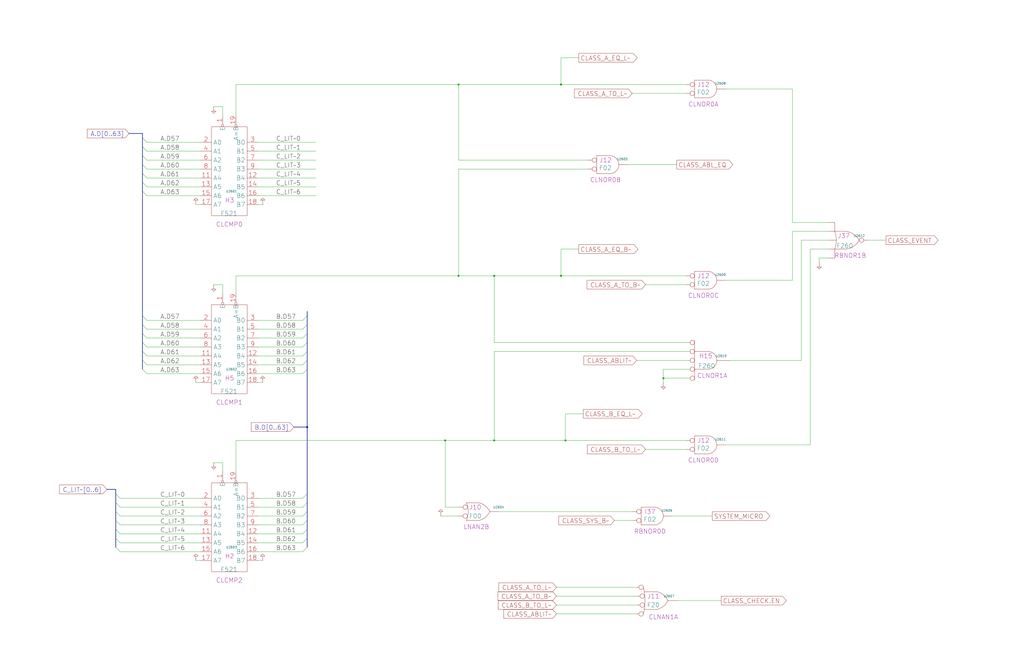
<source format=kicad_sch>
(kicad_sch (version 20221206) (generator eeschema)
  (paper "User" 584.2 378.46)
  (title_block (title "CLASS CHECK LOGIC") (date "15-MAR-90") (rev "1.0") (comment 1 "TYPE") (comment 2 "232-003062") (comment 3 "S400") (comment 4 "RELEASED"))
  (lib_symbols
    (symbol "r1000:F00" (pin_numbers hide) (pin_names hide)
      (property "Reference" "U" (at 15.24 0 0))
      (property "Value" "F00" (at 1.905 -5.08 0))
      (property "Location" "___" (at 1.905 0 0))
      (property "Name" "______" (at 2.54 -12.7 0))
      (symbol "F00_0_1"
        (polyline (pts (xy -2.54 -7.62) (xy 5.08 -7.62)) (stroke (width 0.1524)))
        (polyline (pts (xy -2.54 2.54) (xy -2.54 -7.62)) (stroke (width 0.1524)))
        (polyline (pts (xy -2.54 2.54) (xy 5.08 2.54)) (stroke (width 0.1524)))
        (arc (start 5.08 -7.62) (mid 10.1282 -2.54) (end 5.08 2.54) (stroke (width 0.1524)))
        (circle (center 11.43 -2.54) (radius 1.27) (stroke (width 0.1524)))
      )
      (symbol "F00_0_2"
        (circle (center -3.81 -5.08) (radius 1.27) (stroke (width 0.1524)))
        (circle (center -3.81 0) (radius 1.27) (stroke (width 0.1524)))
        (arc (start -3.175 -7.62) (mid -2.134 -2.54) (end -3.175 2.54) (stroke (width 0.1524)))
        (polyline (pts (xy -3.175 -7.62) (xy 3.81 -7.62)) (stroke (width 0.1524)))
        (polyline (pts (xy -3.175 2.54) (xy 3.81 2.54)) (stroke (width 0.1524)))
        (arc (start 3.81 -7.62) (mid 7.5855 -5.8306) (end 10.16 -2.54) (stroke (width 0.1524)))
        (arc (start 10.16 -2.54) (mid 7.5827 0.7471) (end 3.81 2.54) (stroke (width 0.1524)))
      )
      (symbol "F00_1_1"
        (pin input line (at -7.62 0 0) (length 5.08) (name "D0") (number "1"))
        (pin input line (at -7.62 -5.08 0) (length 5.08) (name "D1") (number "2"))
        (pin output line (at 15.24 -2.54 180) (length 2.54) (name "Q") (number "3"))
      )
      (symbol "F00_1_2"
        (pin input line (at -7.62 0 0) (length 2.54) (name "D0") (number "1"))
        (pin input line (at -7.62 -5.08 0) (length 2.54) (name "D1") (number "2"))
        (pin output line (at 15.24 -2.54 180) (length 5.08) (name "Q") (number "3"))
      )
    )
    (symbol "r1000:F02" (pin_numbers hide) (pin_names hide)
      (property "Reference" "U" (at 12.16 0.635 0))
      (property "Value" "F02" (at -1.27 -4.445 0))
      (property "Location" "___" (at 2.54 0 0))
      (property "Name" "______" (at 2.54 -12.7 0))
      (symbol "F02_0_1"
        (arc (start -3.81 -7.62) (mid -2.9847 -2.54) (end -3.81 2.54) (stroke (width 0.1524)))
        (polyline (pts (xy -5.08 -5.08) (xy -3.175 -5.08)) (stroke (width 0.1524)))
        (polyline (pts (xy -5.08 0) (xy -3.175 0)) (stroke (width 0.1524)))
        (polyline (pts (xy -3.81 -7.62) (xy 2.54 -7.62)) (stroke (width 0.1524)))
        (polyline (pts (xy -3.81 2.54) (xy 2.54 2.54)) (stroke (width 0.1524)))
        (polyline (pts (xy 13.97 -2.54) (xy 12.7 -2.54)) (stroke (width 0.1524)))
        (arc (start 2.54 -7.62) (mid 6.9515 -5.9823) (end 10.16 -2.54) (stroke (width 0.1524)))
        (arc (start 10.16 -2.54) (mid 6.9478 0.8966) (end 2.54 2.54) (stroke (width 0.1524)))
        (circle (center 11.43 -2.54) (radius 1.27) (stroke (width 0.1524)))
      )
      (symbol "F02_0_2"
        (circle (center -3.81 -5.08) (radius 1.27) (stroke (width 0.1524)))
        (circle (center -3.81 0) (radius 1.27) (stroke (width 0.1524)))
        (polyline (pts (xy -2.54 -7.62) (xy 5.08 -7.62)) (stroke (width 0.1524)))
        (polyline (pts (xy -2.54 2.54) (xy -2.54 -7.62)) (stroke (width 0.1524)))
        (polyline (pts (xy -2.54 2.54) (xy 5.08 2.54)) (stroke (width 0.1524)))
        (polyline (pts (xy 11.43 -2.54) (xy 10.16 -2.54)) (stroke (width 0.1524)))
        (polyline (pts (xy 11.43 -2.54) (xy 12.7 -2.54)) (stroke (width 0.1524)))
        (arc (start 5.08 -7.62) (mid 10.1282 -2.54) (end 5.08 2.54) (stroke (width 0.1524)))
      )
      (symbol "F02_1_1"
        (pin input line (at -7.62 0 0) (length 2.54) (name "D0") (number "1"))
        (pin input line (at -7.62 -5.08 0) (length 2.54) (name "D1") (number "2"))
        (pin output line (at 15.24 -2.54 180) (length 1.27) (name "Q") (number "3"))
      )
      (symbol "F02_1_2"
        (pin input line (at -7.62 0 0) (length 2.54) (name "D0") (number "1"))
        (pin input line (at -7.62 -5.08 0) (length 2.54) (name "D1") (number "2"))
        (pin output line (at 15.24 -2.54 180) (length 2.54) (name "Q") (number "3"))
      )
    )
    (symbol "r1000:F20" (pin_numbers hide) (pin_names hide)
      (property "Reference" "U" (at 8.255 2.54 0))
      (property "Value" "F20" (at -0.635 -2.54 0))
      (property "Location" "___" (at -0.635 2.54 0))
      (property "Name" "______" (at 5.08 -10.795 0))
      (symbol "F20_0_1"
        (polyline (pts (xy -5.08 -5.08) (xy -5.08 -7.62)) (stroke (width 0.1524)))
        (polyline (pts (xy -5.08 5.08) (xy -5.08 -5.08)) (stroke (width 0.1524)))
        (polyline (pts (xy -5.08 7.62) (xy -5.08 5.08)) (stroke (width 0.1524)))
        (polyline (pts (xy 2.54 -5.08) (xy -5.08 -5.08)) (stroke (width 0.1524)))
        (polyline (pts (xy 2.54 5.08) (xy -5.08 5.08)) (stroke (width 0.1524)))
        (arc (start 2.54 -5.08) (mid 7.5882 0) (end 2.54 5.08) (stroke (width 0.1524)))
        (circle (center 8.89 0) (radius 1.27) (stroke (width 0.1524)))
      )
      (symbol "F20_0_2"
        (circle (center -7.62 -7.62) (radius 1.27) (stroke (width 0.1524)))
        (circle (center -7.62 7.62) (radius 1.27) (stroke (width 0.1524)))
        (circle (center -6.985 -2.54) (radius 1.27) (stroke (width 0.1524)))
        (circle (center -6.985 2.54) (radius 1.27) (stroke (width 0.1524)))
        (arc (start -6.35 -7.62) (mid -5.3975 0) (end -6.35 7.62) (stroke (width 0.1524)))
        (polyline (pts (xy -5.715 -5.08) (xy 1.27 -5.08)) (stroke (width 0.1524)))
        (polyline (pts (xy -5.715 5.08) (xy 1.27 5.08)) (stroke (width 0.1524)))
        (arc (start 1.27 -5.08) (mid 5.0518 -3.2985) (end 7.62 0) (stroke (width 0.1524)))
        (arc (start 7.62 0) (mid 5.0518 3.2985) (end 1.27 5.08) (stroke (width 0.1524)))
      )
      (symbol "F20_1_1"
        (pin input line (at -10.16 7.62 0) (length 5.08) (name "D0") (number "1"))
        (pin input line (at -10.16 2.54 0) (length 5.08) (name "D1") (number "2"))
        (pin input line (at -10.16 -2.54 0) (length 5.08) (name "D2") (number "4"))
        (pin input line (at -10.16 -7.62 0) (length 5.08) (name "D3") (number "5"))
        (pin output line (at 12.7 0 180) (length 2.54) (name "Q") (number "6"))
      )
      (symbol "F20_1_2"
        (pin input line (at -10.16 7.62 0) (length 1.27) (name "D0") (number "1"))
        (pin input line (at -10.16 2.54 0) (length 1.905) (name "D1") (number "2"))
        (pin input line (at -10.16 -2.54 0) (length 1.905) (name "D2") (number "4"))
        (pin input line (at -10.16 -7.62 0) (length 1.27) (name "D3") (number "5"))
        (pin output line (at 12.7 0 180) (length 5.08) (name "Q") (number "6"))
      )
    )
    (symbol "r1000:F260" (pin_numbers hide) (pin_names hide)
      (property "Reference" "U" (at 10.16 0 0))
      (property "Value" "F260" (at 1.905 -5.715 0))
      (property "Location" "___" (at 1.27 0 0))
      (property "Name" "______" (at 5.08 -12.7 0))
      (symbol "F260_0_1"
        (arc (start -3.8173 -7.62) (mid -2.9926 -2.54) (end -3.8173 2.54) (stroke (width 0.1524)))
        (polyline (pts (xy -5.08 -7.62) (xy -3.81 -7.62)) (stroke (width 0.1524)))
        (polyline (pts (xy -5.08 -2.54) (xy -3.0226 -2.54)) (stroke (width 0.1524)))
        (polyline (pts (xy -5.08 2.54) (xy -3.81 2.54)) (stroke (width 0.1524)))
        (polyline (pts (xy -3.81 -7.62) (xy 2.54 -7.62)) (stroke (width 0.1524)))
        (polyline (pts (xy -3.81 2.54) (xy 2.54 2.54)) (stroke (width 0.1524)))
        (polyline (pts (xy -5.08 -12.7) (xy -3.81 -12.7) (xy -3.81 -7.62)) (stroke (width 0.1524)))
        (polyline (pts (xy -5.08 7.62) (xy -3.81 7.62) (xy -3.81 2.54)) (stroke (width 0.1524)))
        (arc (start 2.54 -7.62) (mid 6.9504 -5.9805) (end 10.16 -2.54) (stroke (width 0.1524)))
        (arc (start 10.16 -2.54) (mid 6.9516 0.9024) (end 2.54 2.54) (stroke (width 0.1524)))
        (circle (center 11.43 -2.54) (radius 1.27) (stroke (width 0.1524)))
      )
      (symbol "F260_0_2"
        (circle (center -6.35 -12.7) (radius 1.27) (stroke (width 0.1524)))
        (circle (center -6.35 -7.62) (radius 1.27) (stroke (width 0.1524)))
        (circle (center -6.35 -2.54) (radius 1.27) (stroke (width 0.1524)))
        (circle (center -6.35 2.54) (radius 1.27) (stroke (width 0.1524)))
        (circle (center -6.35 7.62) (radius 1.27) (stroke (width 0.1524)))
        (polyline (pts (xy -5.08 -13.97) (xy -5.08 8.89)) (stroke (width 0.1524)))
        (polyline (pts (xy -5.08 -7.62) (xy 2.54 -7.62)) (stroke (width 0.1524)))
        (polyline (pts (xy -5.08 2.54) (xy 2.54 2.54)) (stroke (width 0.1524)))
        (arc (start 2.54 -7.62) (mid 6.1321 -6.1321) (end 7.62 -2.54) (stroke (width 0.1524)))
        (arc (start 7.62 -2.54) (mid 6.1321 1.0521) (end 2.54 2.54) (stroke (width 0.1524)))
      )
      (symbol "F260_1_1"
        (pin input line (at -7.62 -2.54 0) (length 2.54) (name "D2") (number "1"))
        (pin input line (at -7.62 7.62 0) (length 2.54) (name "D0") (number "12"))
        (pin input line (at -7.62 2.54 0) (length 2.54) (name "D1") (number "13"))
        (pin input line (at -7.62 -7.62 0) (length 2.54) (name "D3") (number "2"))
        (pin input line (at -7.62 -12.7 0) (length 2.54) (name "D4") (number "3"))
        (pin output line (at 15.24 -2.54 180) (length 2.54) (name "Q") (number "5"))
      )
      (symbol "F260_1_2"
        (pin input line (at -7.62 -2.54 0) (length 0) (name "D2") (number "1"))
        (pin input line (at -7.62 7.62 0) (length 0) (name "D0") (number "12"))
        (pin input line (at -7.62 2.54 0) (length 0) (name "D1") (number "13"))
        (pin input line (at -7.62 -7.62 0) (length 0) (name "D3") (number "2"))
        (pin input line (at -7.62 -12.7 0) (length 0) (name "D4") (number "3"))
        (pin output line (at 15.24 -2.54 180) (length 7.62) (name "Q") (number "5"))
      )
    )
    (symbol "r1000:F521" (pin_names (offset 1.016))
      (property "Reference" "U" (at 2.54 5.08 0))
      (property "Value" "F521" (at -3.81 -7.62 0))
      (property "Location" "___" (at -1.27 0 0))
      (property "Name" "______" (at 1.27 -15.24 0))
      (symbol "F521_1_1"
        (rectangle (start -8.89 41.91) (end 11.43 -8.89))
        (circle (center -2.54 42.545) (radius 0.635))
        (circle (center 5.08 42.545) (radius 0.635))
        (pin input line (at -2.54 48.26 270) (length 5.08) (name "E") (number "1"))
        (pin input line (at -15.24 12.7 0) (length 6.35) (name "A4") (number "11"))
        (pin input line (at 17.78 12.7 180) (length 6.35) (name "B4") (number "12"))
        (pin input line (at -15.24 7.62 0) (length 6.35) (name "A5") (number "13"))
        (pin input line (at 17.78 7.62 180) (length 6.35) (name "B5") (number "14"))
        (pin input line (at -15.24 2.54 0) (length 6.35) (name "A6") (number "15"))
        (pin input line (at 17.78 2.54 180) (length 6.35) (name "B6") (number "16"))
        (pin input line (at -15.24 -2.54 0) (length 6.35) (name "A7") (number "17"))
        (pin input line (at 17.78 -2.54 180) (length 6.35) (name "B7") (number "18"))
        (pin output line (at 5.08 48.26 270) (length 5.08) (name "A=B") (number "19"))
        (pin input line (at -15.24 33.02 0) (length 6.35) (name "A0") (number "2"))
        (pin input line (at 17.78 33.02 180) (length 6.35) (name "B0") (number "3"))
        (pin input line (at -15.24 27.94 0) (length 6.35) (name "A1") (number "4"))
        (pin input line (at 17.78 27.94 180) (length 6.35) (name "B1") (number "5"))
        (pin input line (at -15.24 22.86 0) (length 6.35) (name "A2") (number "6"))
        (pin input line (at 17.78 22.86 180) (length 6.35) (name "B2") (number "7"))
        (pin input line (at -15.24 17.78 0) (length 6.35) (name "A3") (number "8"))
        (pin input line (at 17.78 17.78 180) (length 6.35) (name "B3") (number "9"))
      )
    )
    (symbol "r1000:PD" (power) (pin_numbers hide) (pin_names hide) (in_bom no)
      (symbol "PD_0_1"
        (polyline (pts (xy 0 -2.54) (xy 1.27 -2.54) (xy 0 -3.81) (xy -1.27 -2.54) (xy 0 -2.54)) (stroke (width 0.1524)))
      )
      (symbol "PD_1_1"
        (pin power_in line (at 0 0 270) (length 2.54) (name "PD") (number "1"))
      )
    )
    (symbol "r1000:PU" (power) (pin_numbers hide) (pin_names hide)
      (symbol "PU_0_1"
        (polyline (pts (xy 0 2.54) (xy -1.27 2.54) (xy 0 3.81) (xy 1.27 2.54) (xy 0 2.54)) (stroke (width 0.1524)))
      )
      (symbol "PU_1_1"
        (pin power_in line (at 0 0 90) (length 2.54) (name "PU") (number "1"))
      )
    )
  )
  (junction (at 261.62 157.48))
  (junction (at 254 251.46))
  (junction (at 281.94 251.46))
  (junction (at 378.46 215.9))
  (junction (at 261.62 48.26))
  (junction (at 322.58 251.46))
  (junction (at 320.04 48.26))
  (junction (at 320.04 157.48))
  (junction (at 281.94 157.48))
  (junction (at 175.26 243.84))
  (bus_entry (at 175.26 287.02) (size -2.54 2.54))
  (bus_entry (at 81.28 88.9) (size 2.54 2.54))
  (bus_entry (at 81.28 200.66) (size 2.54 2.54))
  (bus_entry (at 81.28 104.14) (size 2.54 2.54))
  (bus_entry (at 81.28 190.5) (size 2.54 2.54))
  (bus_entry (at 175.26 180.34) (size -2.54 2.54))
  (bus_entry (at 175.26 297.18) (size -2.54 2.54))
  (bus_entry (at 81.28 99.06) (size 2.54 2.54))
  (bus_entry (at 175.26 190.5) (size -2.54 2.54))
  (bus_entry (at 81.28 195.58) (size 2.54 2.54))
  (bus_entry (at 81.28 109.22) (size 2.54 2.54))
  (bus_entry (at 175.26 312.42) (size -2.54 2.54))
  (bus_entry (at 175.26 210.82) (size -2.54 2.54))
  (bus_entry (at 175.26 302.26) (size -2.54 2.54))
  (bus_entry (at 66.04 312.42) (size 2.54 2.54))
  (bus_entry (at 66.04 287.02) (size 2.54 2.54))
  (bus_entry (at 81.28 205.74) (size 2.54 2.54))
  (bus_entry (at 66.04 292.1) (size 2.54 2.54))
  (bus_entry (at 81.28 93.98) (size 2.54 2.54))
  (bus_entry (at 175.26 200.66) (size -2.54 2.54))
  (bus_entry (at 81.28 83.82) (size 2.54 2.54))
  (bus_entry (at 175.26 185.42) (size -2.54 2.54))
  (bus_entry (at 81.28 180.34) (size 2.54 2.54))
  (bus_entry (at 81.28 210.82) (size 2.54 2.54))
  (bus_entry (at 66.04 281.94) (size 2.54 2.54))
  (bus_entry (at 175.26 195.58) (size -2.54 2.54))
  (bus_entry (at 66.04 307.34) (size 2.54 2.54))
  (bus_entry (at 175.26 281.94) (size -2.54 2.54))
  (bus_entry (at 66.04 302.26) (size 2.54 2.54))
  (bus_entry (at 175.26 307.34) (size -2.54 2.54))
  (bus_entry (at 66.04 297.18) (size 2.54 2.54))
  (bus_entry (at 175.26 292.1) (size -2.54 2.54))
  (bus_entry (at 81.28 185.42) (size 2.54 2.54))
  (bus_entry (at 81.28 78.74) (size 2.54 2.54))
  (bus_entry (at 175.26 205.74) (size -2.54 2.54))
  (wire (pts (xy 261.62 91.44) (xy 261.62 48.26)))
  (wire (pts (xy 83.82 106.68) (xy 114.3 106.68)))
  (wire (pts (xy 83.82 182.88) (xy 114.3 182.88)))
  (wire (pts (xy 335.28 91.44) (xy 261.62 91.44)))
  (wire (pts (xy 452.12 132.08) (xy 452.12 160.02)))
  (wire (pts (xy 391.16 251.46) (xy 322.58 251.46)))
  (wire (pts (xy 261.62 157.48) (xy 134.62 157.48)))
  (bus (pts (xy 81.28 104.14) (xy 81.28 109.22)))
  (wire (pts (xy 147.32 116.84) (xy 149.86 116.84)))
  (bus (pts (xy 73.66 76.2) (xy 81.28 76.2)))
  (wire (pts (xy 281.94 195.58) (xy 281.94 157.48)))
  (wire (pts (xy 378.46 215.9) (xy 378.46 218.44)))
  (wire (pts (xy 320.04 48.26) (xy 261.62 48.26)))
  (wire (pts (xy 83.82 208.28) (xy 114.3 208.28)))
  (bus (pts (xy 167.64 243.84) (xy 175.26 243.84)))
  (wire (pts (xy 83.82 198.12) (xy 114.3 198.12)))
  (wire (pts (xy 284.48 292.1) (xy 360.68 292.1)))
  (bus (pts (xy 175.26 307.34) (xy 175.26 312.42)))
  (wire (pts (xy 147.32 203.2) (xy 172.72 203.2)))
  (bus (pts (xy 81.28 93.98) (xy 81.28 99.06)))
  (wire (pts (xy 281.94 200.66) (xy 281.94 251.46)))
  (wire (pts (xy 147.32 86.36) (xy 180.34 86.36)))
  (wire (pts (xy 83.82 81.28) (xy 114.3 81.28)))
  (wire (pts (xy 121.92 60.96) (xy 127 60.96)))
  (wire (pts (xy 68.58 294.64) (xy 114.3 294.64)))
  (wire (pts (xy 83.82 86.36) (xy 114.3 86.36)))
  (wire (pts (xy 317.5 345.44) (xy 363.22 345.44)))
  (bus (pts (xy 66.04 292.1) (xy 66.04 297.18)))
  (wire (pts (xy 147.32 96.52) (xy 180.34 96.52)))
  (wire (pts (xy 83.82 187.96) (xy 114.3 187.96)))
  (bus (pts (xy 60.96 279.4) (xy 66.04 279.4)))
  (wire (pts (xy 452.12 50.8) (xy 414.02 50.8)))
  (wire (pts (xy 83.82 111.76) (xy 114.3 111.76)))
  (wire (pts (xy 147.32 213.36) (xy 172.72 213.36)))
  (wire (pts (xy 330.2 33.02) (xy 320.04 33.02)))
  (wire (pts (xy 261.62 96.52) (xy 261.62 157.48)))
  (wire (pts (xy 317.5 350.52) (xy 363.22 350.52)))
  (wire (pts (xy 147.32 218.44) (xy 149.86 218.44)))
  (wire (pts (xy 147.32 299.72) (xy 172.72 299.72)))
  (wire (pts (xy 83.82 96.52) (xy 114.3 96.52)))
  (wire (pts (xy 147.32 320.04) (xy 149.86 320.04)))
  (wire (pts (xy 68.58 314.96) (xy 114.3 314.96)))
  (bus (pts (xy 175.26 195.58) (xy 175.26 200.66)))
  (wire (pts (xy 261.62 289.56) (xy 254 289.56)))
  (wire (pts (xy 127 60.96) (xy 127 66.04)))
  (bus (pts (xy 81.28 185.42) (xy 81.28 190.5)))
  (wire (pts (xy 368.3 162.56) (xy 391.16 162.56)))
  (bus (pts (xy 81.28 195.58) (xy 81.28 200.66)))
  (wire (pts (xy 360.68 53.34) (xy 391.16 53.34)))
  (bus (pts (xy 175.26 190.5) (xy 175.26 195.58)))
  (wire (pts (xy 147.32 187.96) (xy 172.72 187.96)))
  (wire (pts (xy 350.52 297.18) (xy 360.68 297.18)))
  (wire (pts (xy 121.92 162.56) (xy 127 162.56)))
  (wire (pts (xy 147.32 309.88) (xy 172.72 309.88)))
  (wire (pts (xy 378.46 210.82) (xy 378.46 215.9)))
  (wire (pts (xy 68.58 304.8) (xy 114.3 304.8)))
  (bus (pts (xy 81.28 99.06) (xy 81.28 104.14)))
  (bus (pts (xy 175.26 185.42) (xy 175.26 190.5)))
  (bus (pts (xy 81.28 190.5) (xy 81.28 195.58)))
  (wire (pts (xy 363.22 205.74) (xy 393.7 205.74)))
  (wire (pts (xy 134.62 251.46) (xy 134.62 269.24)))
  (wire (pts (xy 261.62 48.26) (xy 134.62 48.26)))
  (wire (pts (xy 68.58 284.48) (xy 114.3 284.48)))
  (bus (pts (xy 175.26 200.66) (xy 175.26 205.74)))
  (wire (pts (xy 462.28 254) (xy 414.02 254)))
  (wire (pts (xy 472.44 137.16) (xy 457.2 137.16)))
  (wire (pts (xy 68.58 299.72) (xy 114.3 299.72)))
  (wire (pts (xy 462.28 142.24) (xy 462.28 254)))
  (wire (pts (xy 332.74 236.22) (xy 322.58 236.22)))
  (wire (pts (xy 322.58 236.22) (xy 322.58 251.46)))
  (wire (pts (xy 83.82 213.36) (xy 114.3 213.36)))
  (wire (pts (xy 393.7 210.82) (xy 378.46 210.82)))
  (wire (pts (xy 391.16 157.48) (xy 320.04 157.48)))
  (wire (pts (xy 134.62 157.48) (xy 134.62 167.64)))
  (bus (pts (xy 175.26 205.74) (xy 175.26 210.82)))
  (bus (pts (xy 81.28 180.34) (xy 81.28 185.42)))
  (wire (pts (xy 383.54 294.64) (xy 406.4 294.64)))
  (bus (pts (xy 66.04 279.4) (xy 66.04 281.94)))
  (wire (pts (xy 83.82 193.04) (xy 114.3 193.04)))
  (bus (pts (xy 81.28 88.9) (xy 81.28 93.98)))
  (wire (pts (xy 391.16 48.26) (xy 320.04 48.26)))
  (wire (pts (xy 251.46 294.64) (xy 261.62 294.64)))
  (wire (pts (xy 322.58 251.46) (xy 281.94 251.46)))
  (bus (pts (xy 175.26 297.18) (xy 175.26 302.26)))
  (wire (pts (xy 495.3 137.16) (xy 505.46 137.16)))
  (bus (pts (xy 81.28 78.74) (xy 81.28 83.82)))
  (wire (pts (xy 83.82 91.44) (xy 114.3 91.44)))
  (wire (pts (xy 134.62 48.26) (xy 134.62 66.04)))
  (bus (pts (xy 66.04 281.94) (xy 66.04 287.02)))
  (wire (pts (xy 467.36 147.32) (xy 467.36 149.86)))
  (wire (pts (xy 393.7 200.66) (xy 281.94 200.66)))
  (wire (pts (xy 147.32 81.28) (xy 180.34 81.28)))
  (bus (pts (xy 66.04 307.34) (xy 66.04 312.42)))
  (wire (pts (xy 393.7 195.58) (xy 281.94 195.58)))
  (wire (pts (xy 111.76 116.84) (xy 114.3 116.84)))
  (bus (pts (xy 66.04 297.18) (xy 66.04 302.26)))
  (wire (pts (xy 317.5 340.36) (xy 363.22 340.36)))
  (wire (pts (xy 317.5 335.28) (xy 363.22 335.28)))
  (wire (pts (xy 147.32 193.04) (xy 172.72 193.04)))
  (bus (pts (xy 81.28 109.22) (xy 81.28 180.34)))
  (wire (pts (xy 147.32 101.6) (xy 180.34 101.6)))
  (wire (pts (xy 127 162.56) (xy 127 167.64)))
  (wire (pts (xy 281.94 251.46) (xy 254 251.46)))
  (bus (pts (xy 175.26 302.26) (xy 175.26 307.34)))
  (wire (pts (xy 147.32 198.12) (xy 172.72 198.12)))
  (wire (pts (xy 335.28 96.52) (xy 261.62 96.52)))
  (bus (pts (xy 66.04 287.02) (xy 66.04 292.1)))
  (wire (pts (xy 281.94 157.48) (xy 261.62 157.48)))
  (wire (pts (xy 368.3 256.54) (xy 391.16 256.54)))
  (wire (pts (xy 472.44 127) (xy 452.12 127)))
  (bus (pts (xy 175.26 243.84) (xy 175.26 281.94)))
  (wire (pts (xy 472.44 147.32) (xy 467.36 147.32)))
  (wire (pts (xy 452.12 127) (xy 452.12 50.8)))
  (wire (pts (xy 147.32 111.76) (xy 180.34 111.76)))
  (wire (pts (xy 254 289.56) (xy 254 251.46)))
  (wire (pts (xy 127 264.16) (xy 127 269.24)))
  (bus (pts (xy 81.28 205.74) (xy 81.28 210.82)))
  (wire (pts (xy 330.2 142.24) (xy 320.04 142.24)))
  (bus (pts (xy 175.26 210.82) (xy 175.26 243.84)))
  (bus (pts (xy 66.04 302.26) (xy 66.04 307.34)))
  (wire (pts (xy 111.76 218.44) (xy 114.3 218.44)))
  (bus (pts (xy 175.26 177.8) (xy 175.26 180.34)))
  (wire (pts (xy 457.2 205.74) (xy 416.56 205.74)))
  (wire (pts (xy 147.32 208.28) (xy 172.72 208.28)))
  (bus (pts (xy 175.26 287.02) (xy 175.26 292.1)))
  (bus (pts (xy 175.26 180.34) (xy 175.26 185.42)))
  (bus (pts (xy 81.28 83.82) (xy 81.28 88.9)))
  (wire (pts (xy 452.12 160.02) (xy 414.02 160.02)))
  (wire (pts (xy 386.08 342.9) (xy 411.48 342.9)))
  (wire (pts (xy 358.14 93.98) (xy 386.08 93.98)))
  (wire (pts (xy 320.04 142.24) (xy 320.04 157.48)))
  (bus (pts (xy 81.28 200.66) (xy 81.28 205.74)))
  (wire (pts (xy 68.58 309.88) (xy 114.3 309.88)))
  (wire (pts (xy 147.32 106.68) (xy 180.34 106.68)))
  (wire (pts (xy 147.32 91.44) (xy 180.34 91.44)))
  (wire (pts (xy 147.32 182.88) (xy 172.72 182.88)))
  (bus (pts (xy 175.26 292.1) (xy 175.26 297.18)))
  (bus (pts (xy 81.28 76.2) (xy 81.28 78.74)))
  (wire (pts (xy 472.44 142.24) (xy 462.28 142.24)))
  (wire (pts (xy 457.2 137.16) (xy 457.2 205.74)))
  (wire (pts (xy 83.82 203.2) (xy 114.3 203.2)))
  (wire (pts (xy 378.46 215.9) (xy 393.7 215.9)))
  (wire (pts (xy 147.32 314.96) (xy 172.72 314.96)))
  (wire (pts (xy 147.32 304.8) (xy 172.72 304.8)))
  (wire (pts (xy 147.32 289.56) (xy 172.72 289.56)))
  (wire (pts (xy 147.32 294.64) (xy 172.72 294.64)))
  (wire (pts (xy 320.04 33.02) (xy 320.04 48.26)))
  (wire (pts (xy 147.32 284.48) (xy 172.72 284.48)))
  (bus (pts (xy 175.26 281.94) (xy 175.26 287.02)))
  (wire (pts (xy 83.82 101.6) (xy 114.3 101.6)))
  (wire (pts (xy 472.44 132.08) (xy 452.12 132.08)))
  (wire (pts (xy 254 251.46) (xy 134.62 251.46)))
  (wire (pts (xy 320.04 157.48) (xy 281.94 157.48)))
  (wire (pts (xy 111.76 320.04) (xy 114.3 320.04)))
  (wire (pts (xy 121.92 264.16) (xy 127 264.16)))
  (wire (pts (xy 68.58 289.56) (xy 114.3 289.56)))
  (label "B.D57" (at 157.48 284.48 0) (effects (font (size 2.54 2.54))))
  (label "C_LIT~3" (at 157.48 96.52 0) (effects (font (size 2.54 2.54))))
  (label "B.D62" (at 157.48 309.88 0) (effects (font (size 2.54 2.54))))
  (label "A.D57" (at 91.44 182.88 0) (effects (font (size 2.54 2.54))))
  (label "B.D58" (at 157.48 289.56 0) (effects (font (size 2.54 2.54))))
  (label "C_LIT~0" (at 91.44 284.48 0) (effects (font (size 2.54 2.54))))
  (label "A.D63" (at 91.44 213.36 0) (effects (font (size 2.54 2.54))))
  (label "A.D62" (at 91.44 106.68 0) (effects (font (size 2.54 2.54))))
  (label "B.D63" (at 157.48 213.36 0) (effects (font (size 2.54 2.54))))
  (label "A.D59" (at 91.44 91.44 0) (effects (font (size 2.54 2.54))))
  (label "B.D58" (at 157.48 187.96 0) (effects (font (size 2.54 2.54))))
  (label "C_LIT~2" (at 91.44 294.64 0) (effects (font (size 2.54 2.54))))
  (label "C_LIT~4" (at 157.48 101.6 0) (effects (font (size 2.54 2.54))))
  (label "A.D58" (at 91.44 86.36 0) (effects (font (size 2.54 2.54))))
  (label "C_LIT~1" (at 157.48 86.36 0) (effects (font (size 2.54 2.54))))
  (label "A.D60" (at 91.44 96.52 0) (effects (font (size 2.54 2.54))))
  (label "C_LIT~5" (at 91.44 309.88 0) (effects (font (size 2.54 2.54))))
  (label "B.D61" (at 157.48 203.2 0) (effects (font (size 2.54 2.54))))
  (label "C_LIT~3" (at 91.44 299.72 0) (effects (font (size 2.54 2.54))))
  (label "B.D63" (at 157.48 314.96 0) (effects (font (size 2.54 2.54))))
  (label "A.D62" (at 91.44 208.28 0) (effects (font (size 2.54 2.54))))
  (label "C_LIT~2" (at 157.48 91.44 0) (effects (font (size 2.54 2.54))))
  (label "A.D61" (at 91.44 203.2 0) (effects (font (size 2.54 2.54))))
  (label "C_LIT~6" (at 157.48 111.76 0) (effects (font (size 2.54 2.54))))
  (label "C_LIT~0" (at 157.48 81.28 0) (effects (font (size 2.54 2.54))))
  (label "A.D59" (at 91.44 193.04 0) (effects (font (size 2.54 2.54))))
  (label "C_LIT~5" (at 157.48 106.68 0) (effects (font (size 2.54 2.54))))
  (label "A.D57" (at 91.44 81.28 0) (effects (font (size 2.54 2.54))))
  (label "A.D58" (at 91.44 187.96 0) (effects (font (size 2.54 2.54))))
  (label "B.D60" (at 157.48 198.12 0) (effects (font (size 2.54 2.54))))
  (label "B.D59" (at 157.48 294.64 0) (effects (font (size 2.54 2.54))))
  (label "B.D59" (at 157.48 193.04 0) (effects (font (size 2.54 2.54))))
  (label "C_LIT~6" (at 91.44 314.96 0) (effects (font (size 2.54 2.54))))
  (label "C_LIT~1" (at 91.44 289.56 0) (effects (font (size 2.54 2.54))))
  (label "B.D62" (at 157.48 208.28 0) (effects (font (size 2.54 2.54))))
  (label "C_LIT~4" (at 91.44 304.8 0) (effects (font (size 2.54 2.54))))
  (label "B.D57" (at 157.48 182.88 0) (effects (font (size 2.54 2.54))))
  (label "B.D61" (at 157.48 304.8 0) (effects (font (size 2.54 2.54))))
  (label "A.D61" (at 91.44 101.6 0) (effects (font (size 2.54 2.54))))
  (label "A.D60" (at 91.44 198.12 0) (effects (font (size 2.54 2.54))))
  (label "B.D60" (at 157.48 299.72 0) (effects (font (size 2.54 2.54))))
  (label "A.D63" (at 91.44 111.76 0) (effects (font (size 2.54 2.54))))
  (global_label "CLASS_A_EQ_L~" (shape output) (at 330.2 33.02 0) (effects (font (size 2.54 2.54))) (property "Intersheetrefs" "${INTERSHEET_REFS}" (at 363.4498 32.8613 0) (effects (font (size 1.905 1.905)) (justify left))))
  (global_label "B.D[0..63]" (shape input) (at 167.64 243.84 180) (effects (font (size 2.54 2.54))) (property "Intersheetrefs" "${INTERSHEET_REFS}" (at 142.795 243.84 0) (effects (font (size 1.905 1.905)) (justify right))))
  (global_label "CLASS_B_EQ_L~" (shape output) (at 332.74 236.22 0) (effects (font (size 2.54 2.54))) (property "Intersheetrefs" "${INTERSHEET_REFS}" (at 366.3527 236.0613 0) (effects (font (size 1.905 1.905)) (justify left))))
  (global_label "CLASS_SYS_B~" (shape input) (at 350.52 297.18 180) (effects (font (size 2.54 2.54))) (property "Intersheetrefs" "${INTERSHEET_REFS}" (at 318.8426 297.0213 0) (effects (font (size 1.905 1.905)) (justify right))))
  (global_label "CLASS_A_TO_B~" (shape input) (at 368.3 162.56 180) (effects (font (size 2.54 2.54))) (property "Intersheetrefs" "${INTERSHEET_REFS}" (at 334.9292 162.4013 0) (effects (font (size 1.905 1.905)) (justify right))))
  (global_label "CLASS_ABL_EQ" (shape output) (at 386.08 93.98 0) (effects (font (size 2.54 2.54))) (property "Intersheetrefs" "${INTERSHEET_REFS}" (at 418.1203 93.8213 0) (effects (font (size 1.905 1.905)) (justify left))))
  (global_label "C_LIT~[0..6]" (shape input) (at 60.96 279.4 180) (effects (font (size 2.54 2.54))) (property "Intersheetrefs" "${INTERSHEET_REFS}" (at 33.9997 279.2413 0) (effects (font (size 1.905 1.905)) (justify right))))
  (global_label "CLASS_A_TO_B~" (shape input) (at 317.5 340.36 180) (effects (font (size 2.54 2.54))) (property "Intersheetrefs" "${INTERSHEET_REFS}" (at 284.1292 340.2013 0) (effects (font (size 1.905 1.905)) (justify right))))
  (global_label "A.D[0..63]" (shape input) (at 73.66 76.2 180) (effects (font (size 2.54 2.54))) (property "Intersheetrefs" "${INTERSHEET_REFS}" (at 49.1779 76.2 0) (effects (font (size 1.905 1.905)) (justify right))))
  (global_label "CLASS_ABLIT~" (shape input) (at 363.22 205.74 180) (effects (font (size 2.54 2.54))) (property "Intersheetrefs" "${INTERSHEET_REFS}" (at 333.115 205.5813 0) (effects (font (size 1.905 1.905)) (justify right))))
  (global_label "CLASS_A_EQ_B~" (shape output) (at 330.2 142.24 0) (effects (font (size 2.54 2.54))) (property "Intersheetrefs" "${INTERSHEET_REFS}" (at 363.9336 142.0813 0) (effects (font (size 1.905 1.905)) (justify left))))
  (global_label "CLASS_ABLIT~" (shape input) (at 317.5 350.52 180) (effects (font (size 2.54 2.54))) (property "Intersheetrefs" "${INTERSHEET_REFS}" (at 287.395 350.3613 0) (effects (font (size 1.905 1.905)) (justify right))))
  (global_label "SYSTEM_MICRO" (shape output) (at 406.4 294.64 0) (effects (font (size 2.54 2.54))) (property "Intersheetrefs" "${INTERSHEET_REFS}" (at 439.166 294.4813 0) (effects (font (size 1.905 1.905)) (justify left))))
  (global_label "CLASS_CHECK.EN" (shape output) (at 411.48 342.9 0) (effects (font (size 2.54 2.54))) (property "Intersheetrefs" "${INTERSHEET_REFS}" (at 448.6003 342.7413 0) (effects (font (size 1.905 1.905)) (justify left))))
  (global_label "CLASS_B_TO_L~" (shape input) (at 368.3 256.54 180) (effects (font (size 2.54 2.54))) (property "Intersheetrefs" "${INTERSHEET_REFS}" (at 335.0502 256.3813 0) (effects (font (size 1.905 1.905)) (justify right))))
  (global_label "CLASS_A_TO_L~" (shape input) (at 360.68 53.34 180) (effects (font (size 2.54 2.54))) (property "Intersheetrefs" "${INTERSHEET_REFS}" (at 327.793 53.1813 0) (effects (font (size 1.905 1.905)) (justify right))))
  (global_label "CLASS_EVENT" (shape output) (at 505.46 137.16 0) (effects (font (size 2.54 2.54))) (property "Intersheetrefs" "${INTERSHEET_REFS}" (at 535.2022 137.0013 0) (effects (font (size 1.905 1.905)) (justify left))))
  (global_label "CLASS_A_TO_L~" (shape input) (at 317.5 335.28 180) (effects (font (size 2.54 2.54))) (property "Intersheetrefs" "${INTERSHEET_REFS}" (at 284.613 335.1213 0) (effects (font (size 1.905 1.905)) (justify right))))
  (global_label "CLASS_B_TO_L~" (shape input) (at 317.5 345.44 180) (effects (font (size 2.54 2.54))) (property "Intersheetrefs" "${INTERSHEET_REFS}" (at 284.2502 345.2813 0) (effects (font (size 1.905 1.905)) (justify right))))
  (symbol (lib_id "r1000:F00") (at 269.24 289.56 0) (unit 1) (convert 2)
    (property "Reference" "U2604" (at 284.48 289.56 0))
    (property "Value" "F00" (at 271.145 294.64 0) (effects (font (size 2.54 2.54))))
    (property "Location" "J10" (at 271.145 289.56 0) (effects (font (size 2.54 2.54))))
    (property "Name" "LNAN2B" (at 271.78 302.26 0) (effects (font (size 2.54 2.54)) (justify bottom)))
  )
  (symbol (lib_id "r1000:F521") (at 129.54 215.9 0) (unit 1)
    (property "Reference" "U2602" (at 132.08 210.82 0))
    (property "Value" "F521" (at 125.73 223.52 0) (effects (font (size 2.54 2.54)) (justify left)))
    (property "Location" "H5" (at 128.27 215.9 0) (effects (font (size 2.54 2.54)) (justify left)))
    (property "Name" "CLCMP1" (at 130.81 231.14 0) (effects (font (size 2.54 2.54)) (justify bottom)))
  )
  (symbol (lib_id "r1000:F02") (at 398.78 157.48 0) (unit 1) (convert 2)
    (property "Reference" "U2609" (at 410.94 156.845 0))
    (property "Value" "F02" (at 397.51 161.925 0) (effects (font (size 2.54 2.54)) (justify left)))
    (property "Location" "J12" (at 401.32 157.48 0) (effects (font (size 2.54 2.54))))
    (property "Name" "CLNOR0C" (at 401.32 170.18 0) (effects (font (size 2.54 2.54)) (justify bottom)))
  )
  (symbol (lib_id "r1000:PD") (at 121.92 264.16 0) (unit 1) (in_bom no)
    (property "Reference" "#PWR02606" (effects hide))
    (property "Value" "PD" (effects hide))
  )
  (symbol (lib_id "r1000:F02") (at 398.78 251.46 0) (unit 1) (convert 2)
    (property "Reference" "U2611" (at 410.94 250.825 0))
    (property "Value" "F02" (at 397.51 255.905 0) (effects (font (size 2.54 2.54)) (justify left)))
    (property "Location" "J12" (at 401.32 251.46 0) (effects (font (size 2.54 2.54))))
    (property "Name" "CLNOR0D" (at 401.32 264.16 0) (effects (font (size 2.54 2.54)) (justify bottom)))
  )
  (symbol (lib_id "r1000:F02") (at 398.78 48.26 0) (unit 1) (convert 2)
    (property "Reference" "U2608" (at 410.94 47.625 0))
    (property "Value" "F02" (at 397.51 52.705 0) (effects (font (size 2.54 2.54)) (justify left)))
    (property "Location" "J12" (at 401.32 48.26 0) (effects (font (size 2.54 2.54))))
    (property "Name" "CLNOR0A" (at 401.32 60.96 0) (effects (font (size 2.54 2.54)) (justify bottom)))
  )
  (symbol (lib_id "r1000:F20") (at 373.38 342.9 0) (unit 1) (convert 2)
    (property "Reference" "U2607" (at 381.635 340.36 0))
    (property "Value" "F20" (at 372.745 345.44 0) (effects (font (size 2.54 2.54))))
    (property "Location" "J11" (at 372.745 340.36 0) (effects (font (size 2.54 2.54))))
    (property "Name" "CLNAN1A" (at 378.46 353.695 0) (effects (font (size 2.54 2.54)) (justify bottom)))
  )
  (symbol (lib_id "r1000:PU") (at 111.76 116.84 0) (unit 1)
    (property "Reference" "#PWR02601" (effects hide))
    (property "Value" "PU" (effects hide))
  )
  (symbol (lib_id "r1000:F260") (at 480.06 134.62 0) (unit 1)
    (property "Reference" "U2612" (at 490.22 134.62 0))
    (property "Value" "F260" (at 481.965 140.335 0) (effects (font (size 2.54 2.54))))
    (property "Location" "J37" (at 481.33 134.62 0) (effects (font (size 2.54 2.54))))
    (property "Name" "RBNOR1B" (at 485.14 147.32 0) (effects (font (size 2.54 2.54)) (justify bottom)))
  )
  (symbol (lib_id "r1000:PD") (at 121.92 162.56 0) (unit 1) (in_bom no)
    (property "Reference" "#PWR02605" (effects hide))
    (property "Value" "PD" (effects hide))
  )
  (symbol (lib_id "r1000:PU") (at 149.86 116.84 0) (unit 1)
    (property "Reference" "#PWR02607" (effects hide))
    (property "Value" "PU" (effects hide))
  )
  (symbol (lib_id "r1000:F521") (at 129.54 114.3 0) (unit 1)
    (property "Reference" "U2601" (at 132.08 109.22 0))
    (property "Value" "F521" (at 125.73 121.92 0) (effects (font (size 2.54 2.54)) (justify left)))
    (property "Location" "H3" (at 128.27 114.3 0) (effects (font (size 2.54 2.54)) (justify left)))
    (property "Name" "CLCMP0" (at 130.81 129.54 0) (effects (font (size 2.54 2.54)) (justify bottom)))
  )
  (symbol (lib_id "r1000:PU") (at 111.76 218.44 0) (unit 1)
    (property "Reference" "#PWR02602" (effects hide))
    (property "Value" "PU" (effects hide))
  )
  (symbol (lib_id "r1000:PU") (at 149.86 218.44 0) (unit 1)
    (property "Reference" "#PWR02608" (effects hide))
    (property "Value" "PU" (effects hide))
  )
  (symbol (lib_id "r1000:PD") (at 121.92 60.96 0) (unit 1) (in_bom no)
    (property "Reference" "#PWR02604" (effects hide))
    (property "Value" "PD" (effects hide))
  )
  (symbol (lib_id "r1000:F02") (at 342.9 91.44 0) (unit 1) (convert 2)
    (property "Reference" "U2605" (at 355.06 90.805 0))
    (property "Value" "F02" (at 341.63 95.885 0) (effects (font (size 2.54 2.54)) (justify left)))
    (property "Location" "J12" (at 345.44 91.44 0) (effects (font (size 2.54 2.54))))
    (property "Name" "CLNOR0B" (at 345.44 104.14 0) (effects (font (size 2.54 2.54)) (justify bottom)))
  )
  (symbol (lib_id "r1000:PU") (at 251.46 294.64 0) (unit 1)
    (property "Reference" "#PWR02610" (effects hide))
    (property "Value" "PU" (effects hide))
  )
  (symbol (lib_id "r1000:PD") (at 467.36 149.86 0) (unit 1) (in_bom no)
    (property "Reference" "#PWR02612" (effects hide))
    (property "Value" "PD" (effects hide))
  )
  (symbol (lib_id "r1000:PD") (at 378.46 218.44 0) (unit 1) (in_bom no)
    (property "Reference" "#PWR02611" (effects hide))
    (property "Value" "PD" (effects hide))
  )
  (symbol (lib_id "r1000:PU") (at 111.76 320.04 0) (unit 1)
    (property "Reference" "#PWR02603" (effects hide))
    (property "Value" "PU" (effects hide))
  )
  (symbol (lib_id "r1000:PU") (at 149.86 320.04 0) (unit 1)
    (property "Reference" "#PWR02609" (effects hide))
    (property "Value" "PU" (effects hide))
  )
  (symbol (lib_id "r1000:F02") (at 368.3 292.1 0) (unit 1) (convert 2)
    (property "Reference" "U2606" (at 380.46 291.465 0))
    (property "Value" "F02" (at 367.03 296.545 0) (effects (font (size 2.54 2.54)) (justify left)))
    (property "Location" "I37" (at 370.84 292.1 0) (effects (font (size 2.54 2.54))))
    (property "Name" "RBNOR0D" (at 370.84 304.8 0) (effects (font (size 2.54 2.54)) (justify bottom)))
  )
  (symbol (lib_id "r1000:F260") (at 401.32 203.2 0) (unit 1) (convert 2)
    (property "Reference" "U2610" (at 411.48 203.2 0))
    (property "Value" "F260" (at 403.225 208.915 0) (effects (font (size 2.54 2.54))))
    (property "Location" "H15" (at 402.59 203.2 0) (effects (font (size 2.54 2.54))))
    (property "Name" "CLNOR1A" (at 406.4 215.9 0) (effects (font (size 2.54 2.54)) (justify bottom)))
  )
  (symbol (lib_id "r1000:F521") (at 129.54 317.5 0) (unit 1)
    (property "Reference" "U2603" (at 132.08 312.42 0))
    (property "Value" "F521" (at 125.73 325.12 0) (effects (font (size 2.54 2.54)) (justify left)))
    (property "Location" "H2" (at 128.27 317.5 0) (effects (font (size 2.54 2.54)) (justify left)))
    (property "Name" "CLCMP2" (at 130.81 332.74 0) (effects (font (size 2.54 2.54)) (justify bottom)))
  )
)
</source>
